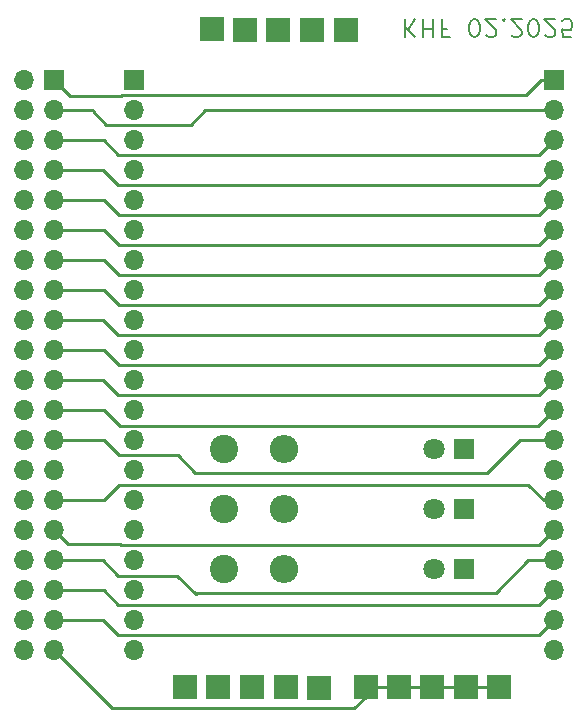
<source format=gbr>
%TF.GenerationSoftware,KiCad,Pcbnew,7.0.8*%
%TF.CreationDate,2025-02-20T14:53:18+01:00*%
%TF.ProjectId,Raspi,52617370-692e-46b6-9963-61645f706362,rev?*%
%TF.SameCoordinates,Original*%
%TF.FileFunction,Copper,L2,Bot*%
%TF.FilePolarity,Positive*%
%FSLAX46Y46*%
G04 Gerber Fmt 4.6, Leading zero omitted, Abs format (unit mm)*
G04 Created by KiCad (PCBNEW 7.0.8) date 2025-02-20 14:53:18*
%MOMM*%
%LPD*%
G01*
G04 APERTURE LIST*
%ADD10C,0.150000*%
%TA.AperFunction,NonConductor*%
%ADD11C,0.150000*%
%TD*%
%TA.AperFunction,ComponentPad*%
%ADD12R,2.000000X2.000000*%
%TD*%
%TA.AperFunction,ComponentPad*%
%ADD13C,2.400000*%
%TD*%
%TA.AperFunction,ComponentPad*%
%ADD14O,2.400000X2.400000*%
%TD*%
%TA.AperFunction,ComponentPad*%
%ADD15R,1.800000X1.800000*%
%TD*%
%TA.AperFunction,ComponentPad*%
%ADD16C,1.800000*%
%TD*%
%TA.AperFunction,ComponentPad*%
%ADD17O,1.700000X1.700000*%
%TD*%
%TA.AperFunction,ComponentPad*%
%ADD18R,1.700000X1.700000*%
%TD*%
%TA.AperFunction,Conductor*%
%ADD19C,0.250000*%
%TD*%
G04 APERTURE END LIST*
D10*
D11*
X155827826Y-73135371D02*
X155827826Y-74635371D01*
X156684969Y-73135371D02*
X156042112Y-73992514D01*
X156684969Y-74635371D02*
X155827826Y-73778228D01*
X157327826Y-73135371D02*
X157327826Y-74635371D01*
X157327826Y-73921085D02*
X158184969Y-73921085D01*
X158184969Y-73135371D02*
X158184969Y-74635371D01*
X159399255Y-73921085D02*
X158899255Y-73921085D01*
X158899255Y-73135371D02*
X158899255Y-74635371D01*
X158899255Y-74635371D02*
X159613541Y-74635371D01*
X161613541Y-74635371D02*
X161756398Y-74635371D01*
X161756398Y-74635371D02*
X161899255Y-74563942D01*
X161899255Y-74563942D02*
X161970684Y-74492514D01*
X161970684Y-74492514D02*
X162042112Y-74349657D01*
X162042112Y-74349657D02*
X162113541Y-74063942D01*
X162113541Y-74063942D02*
X162113541Y-73706800D01*
X162113541Y-73706800D02*
X162042112Y-73421085D01*
X162042112Y-73421085D02*
X161970684Y-73278228D01*
X161970684Y-73278228D02*
X161899255Y-73206800D01*
X161899255Y-73206800D02*
X161756398Y-73135371D01*
X161756398Y-73135371D02*
X161613541Y-73135371D01*
X161613541Y-73135371D02*
X161470684Y-73206800D01*
X161470684Y-73206800D02*
X161399255Y-73278228D01*
X161399255Y-73278228D02*
X161327826Y-73421085D01*
X161327826Y-73421085D02*
X161256398Y-73706800D01*
X161256398Y-73706800D02*
X161256398Y-74063942D01*
X161256398Y-74063942D02*
X161327826Y-74349657D01*
X161327826Y-74349657D02*
X161399255Y-74492514D01*
X161399255Y-74492514D02*
X161470684Y-74563942D01*
X161470684Y-74563942D02*
X161613541Y-74635371D01*
X162684969Y-74492514D02*
X162756397Y-74563942D01*
X162756397Y-74563942D02*
X162899255Y-74635371D01*
X162899255Y-74635371D02*
X163256397Y-74635371D01*
X163256397Y-74635371D02*
X163399255Y-74563942D01*
X163399255Y-74563942D02*
X163470683Y-74492514D01*
X163470683Y-74492514D02*
X163542112Y-74349657D01*
X163542112Y-74349657D02*
X163542112Y-74206800D01*
X163542112Y-74206800D02*
X163470683Y-73992514D01*
X163470683Y-73992514D02*
X162613540Y-73135371D01*
X162613540Y-73135371D02*
X163542112Y-73135371D01*
X164184968Y-73278228D02*
X164256397Y-73206800D01*
X164256397Y-73206800D02*
X164184968Y-73135371D01*
X164184968Y-73135371D02*
X164113540Y-73206800D01*
X164113540Y-73206800D02*
X164184968Y-73278228D01*
X164184968Y-73278228D02*
X164184968Y-73135371D01*
X164827826Y-74492514D02*
X164899254Y-74563942D01*
X164899254Y-74563942D02*
X165042112Y-74635371D01*
X165042112Y-74635371D02*
X165399254Y-74635371D01*
X165399254Y-74635371D02*
X165542112Y-74563942D01*
X165542112Y-74563942D02*
X165613540Y-74492514D01*
X165613540Y-74492514D02*
X165684969Y-74349657D01*
X165684969Y-74349657D02*
X165684969Y-74206800D01*
X165684969Y-74206800D02*
X165613540Y-73992514D01*
X165613540Y-73992514D02*
X164756397Y-73135371D01*
X164756397Y-73135371D02*
X165684969Y-73135371D01*
X166613540Y-74635371D02*
X166756397Y-74635371D01*
X166756397Y-74635371D02*
X166899254Y-74563942D01*
X166899254Y-74563942D02*
X166970683Y-74492514D01*
X166970683Y-74492514D02*
X167042111Y-74349657D01*
X167042111Y-74349657D02*
X167113540Y-74063942D01*
X167113540Y-74063942D02*
X167113540Y-73706800D01*
X167113540Y-73706800D02*
X167042111Y-73421085D01*
X167042111Y-73421085D02*
X166970683Y-73278228D01*
X166970683Y-73278228D02*
X166899254Y-73206800D01*
X166899254Y-73206800D02*
X166756397Y-73135371D01*
X166756397Y-73135371D02*
X166613540Y-73135371D01*
X166613540Y-73135371D02*
X166470683Y-73206800D01*
X166470683Y-73206800D02*
X166399254Y-73278228D01*
X166399254Y-73278228D02*
X166327825Y-73421085D01*
X166327825Y-73421085D02*
X166256397Y-73706800D01*
X166256397Y-73706800D02*
X166256397Y-74063942D01*
X166256397Y-74063942D02*
X166327825Y-74349657D01*
X166327825Y-74349657D02*
X166399254Y-74492514D01*
X166399254Y-74492514D02*
X166470683Y-74563942D01*
X166470683Y-74563942D02*
X166613540Y-74635371D01*
X167684968Y-74492514D02*
X167756396Y-74563942D01*
X167756396Y-74563942D02*
X167899254Y-74635371D01*
X167899254Y-74635371D02*
X168256396Y-74635371D01*
X168256396Y-74635371D02*
X168399254Y-74563942D01*
X168399254Y-74563942D02*
X168470682Y-74492514D01*
X168470682Y-74492514D02*
X168542111Y-74349657D01*
X168542111Y-74349657D02*
X168542111Y-74206800D01*
X168542111Y-74206800D02*
X168470682Y-73992514D01*
X168470682Y-73992514D02*
X167613539Y-73135371D01*
X167613539Y-73135371D02*
X168542111Y-73135371D01*
X169899253Y-74635371D02*
X169184967Y-74635371D01*
X169184967Y-74635371D02*
X169113539Y-73921085D01*
X169113539Y-73921085D02*
X169184967Y-73992514D01*
X169184967Y-73992514D02*
X169327825Y-74063942D01*
X169327825Y-74063942D02*
X169684967Y-74063942D01*
X169684967Y-74063942D02*
X169827825Y-73992514D01*
X169827825Y-73992514D02*
X169899253Y-73921085D01*
X169899253Y-73921085D02*
X169970682Y-73778228D01*
X169970682Y-73778228D02*
X169970682Y-73421085D01*
X169970682Y-73421085D02*
X169899253Y-73278228D01*
X169899253Y-73278228D02*
X169827825Y-73206800D01*
X169827825Y-73206800D02*
X169684967Y-73135371D01*
X169684967Y-73135371D02*
X169327825Y-73135371D01*
X169327825Y-73135371D02*
X169184967Y-73206800D01*
X169184967Y-73206800D02*
X169113539Y-73278228D01*
D12*
%TO.P,LP,1*%
%TO.N,Net-(D1-K)*%
X147964500Y-74004000D03*
%TD*%
%TO.P,LP,1*%
%TO.N,Net-(D1-K)*%
X150774500Y-74024000D03*
%TD*%
%TO.P,LP,1*%
%TO.N,Net-(D1-K)*%
X139454500Y-73974000D03*
%TD*%
%TO.P,LP,1*%
%TO.N,Net-(D1-K)*%
X142234500Y-74004000D03*
%TD*%
%TO.P,LP,1*%
%TO.N,Net-(D1-K)*%
X145064500Y-74004000D03*
%TD*%
%TO.P,LP,1*%
%TO.N,Net-(J2-Pin_40)*%
X160992000Y-129664000D03*
%TD*%
%TO.P,LP,1*%
%TO.N,Net-(J2-Pin_40)*%
X163802000Y-129684000D03*
%TD*%
%TO.P,LP,1*%
%TO.N,Net-(J2-Pin_40)*%
X152482000Y-129634000D03*
%TD*%
%TO.P,LP,1*%
%TO.N,Net-(J2-Pin_40)*%
X155262000Y-129664000D03*
%TD*%
%TO.P,LP,1*%
%TO.N,Net-(J2-Pin_40)*%
X158092000Y-129664000D03*
%TD*%
%TO.P,LP,1*%
%TO.N,Net-(J2-Pin_39)*%
X148522000Y-129704000D03*
%TD*%
%TO.P,LP,1*%
%TO.N,Net-(J2-Pin_39)*%
X145712000Y-129684000D03*
%TD*%
%TO.P,LP,1*%
%TO.N,Net-(J2-Pin_39)*%
X142812000Y-129684000D03*
%TD*%
%TO.P,LP,1*%
%TO.N,Net-(J2-Pin_39)*%
X139982000Y-129684000D03*
%TD*%
%TO.P,LP,1*%
%TO.N,Net-(J2-Pin_39)*%
X137202000Y-129654000D03*
%TD*%
D13*
%TO.P,R3,1*%
%TO.N,Net-(J2-Pin_26)*%
X140462000Y-109474000D03*
D14*
%TO.P,R3,2*%
%TO.N,Net-(D1-A)*%
X145542000Y-109474000D03*
%TD*%
D13*
%TO.P,R2,1*%
%TO.N,Net-(J2-Pin_30)*%
X140462000Y-119634000D03*
D14*
%TO.P,R2,2*%
%TO.N,Net-(D3-A)*%
X145542000Y-119634000D03*
%TD*%
D13*
%TO.P,R1,1*%
%TO.N,Net-(J2-Pin_28)*%
X140462000Y-114554000D03*
D14*
%TO.P,R1,2*%
%TO.N,Net-(D2-A)*%
X145542000Y-114554000D03*
%TD*%
D15*
%TO.P,D3,1,K*%
%TO.N,Net-(D1-K)*%
X160782000Y-119634000D03*
D16*
%TO.P,D3,2,A*%
%TO.N,Net-(D3-A)*%
X158242000Y-119634000D03*
%TD*%
%TO.P,D2,2,A*%
%TO.N,Net-(D2-A)*%
X158242000Y-114554000D03*
D15*
%TO.P,D2,1,K*%
%TO.N,Net-(D1-K)*%
X160782000Y-114554000D03*
%TD*%
D16*
%TO.P,D1,2,A*%
%TO.N,Net-(D1-A)*%
X158242000Y-109474000D03*
D15*
%TO.P,D1,1,K*%
%TO.N,Net-(D1-K)*%
X160782000Y-109474000D03*
%TD*%
D17*
%TO.P,J8,20,Pin_20*%
%TO.N,Net-(J2-Pin_39)*%
X132842000Y-126539000D03*
%TO.P,J8,19,Pin_19*%
%TO.N,Net-(J2-Pin_38)*%
X132842000Y-123999000D03*
%TO.P,J8,18,Pin_18*%
%TO.N,Net-(J2-Pin_36)*%
X132842000Y-121459000D03*
%TO.P,J8,17,Pin_17*%
%TO.N,Net-(J2-Pin_34)*%
X132842000Y-118919000D03*
%TO.P,J8,16,Pin_16*%
%TO.N,Net-(J2-Pin_32)*%
X132842000Y-116379000D03*
%TO.P,J8,15,Pin_15*%
%TO.N,Net-(J2-Pin_30)*%
X132842000Y-113839000D03*
%TO.P,J8,14,Pin_14*%
%TO.N,Net-(J2-Pin_28)*%
X132842000Y-111299000D03*
%TO.P,J8,13,Pin_13*%
%TO.N,Net-(J2-Pin_26)*%
X132842000Y-108759000D03*
%TO.P,J8,12,Pin_12*%
%TO.N,Net-(J2-Pin_24)*%
X132842000Y-106219000D03*
%TO.P,J8,11,Pin_11*%
%TO.N,Net-(J2-Pin_22)*%
X132842000Y-103679000D03*
%TO.P,J8,10,Pin_10*%
%TO.N,Net-(J2-Pin_20)*%
X132842000Y-101139000D03*
%TO.P,J8,9,Pin_9*%
%TO.N,Net-(J2-Pin_18)*%
X132842000Y-98599000D03*
%TO.P,J8,8,Pin_8*%
%TO.N,Net-(J2-Pin_16)*%
X132842000Y-96059000D03*
%TO.P,J8,7,Pin_7*%
%TO.N,Net-(J2-Pin_14)*%
X132842000Y-93519000D03*
%TO.P,J8,6,Pin_6*%
%TO.N,Net-(J2-Pin_12)*%
X132842000Y-90979000D03*
%TO.P,J8,5,Pin_5*%
%TO.N,Net-(J2-Pin_10)*%
X132842000Y-88439000D03*
%TO.P,J8,4,Pin_4*%
%TO.N,Net-(J2-Pin_8)*%
X132842000Y-85899000D03*
%TO.P,J8,3,Pin_3*%
%TO.N,Net-(J2-Pin_6)*%
X132842000Y-83359000D03*
%TO.P,J8,2,Pin_2*%
%TO.N,Net-(J2-Pin_4)*%
X132842000Y-80819000D03*
D18*
%TO.P,J8,1,Pin_1*%
%TO.N,Net-(J2-Pin_2)*%
X132842000Y-78279000D03*
%TD*%
D17*
%TO.P,J7,20,Pin_20*%
%TO.N,Net-(J2-Pin_39)*%
X168402000Y-126539000D03*
%TO.P,J7,19,Pin_19*%
%TO.N,Net-(J2-Pin_37)*%
X168402000Y-123999000D03*
%TO.P,J7,18,Pin_18*%
%TO.N,Net-(J2-Pin_35)*%
X168402000Y-121459000D03*
%TO.P,J7,17,Pin_17*%
%TO.N,Net-(J2-Pin_33)*%
X168402000Y-118919000D03*
%TO.P,J7,16,Pin_16*%
%TO.N,Net-(J2-Pin_31)*%
X168402000Y-116379000D03*
%TO.P,J7,15,Pin_15*%
%TO.N,Net-(J2-Pin_29)*%
X168402000Y-113839000D03*
%TO.P,J7,14,Pin_14*%
%TO.N,Net-(J2-Pin_27)*%
X168402000Y-111299000D03*
%TO.P,J7,13,Pin_13*%
%TO.N,Net-(J2-Pin_25)*%
X168402000Y-108759000D03*
%TO.P,J7,12,Pin_12*%
%TO.N,Net-(J2-Pin_23)*%
X168402000Y-106219000D03*
%TO.P,J7,11,Pin_11*%
%TO.N,Net-(J2-Pin_21)*%
X168402000Y-103679000D03*
%TO.P,J7,10,Pin_10*%
%TO.N,Net-(J2-Pin_19)*%
X168402000Y-101139000D03*
%TO.P,J7,9,Pin_9*%
%TO.N,Net-(J2-Pin_17)*%
X168402000Y-98599000D03*
%TO.P,J7,8,Pin_8*%
%TO.N,Net-(J2-Pin_15)*%
X168402000Y-96059000D03*
%TO.P,J7,7,Pin_7*%
%TO.N,Net-(J2-Pin_13)*%
X168402000Y-93519000D03*
%TO.P,J7,6,Pin_6*%
%TO.N,Net-(J2-Pin_11)*%
X168402000Y-90979000D03*
%TO.P,J7,5,Pin_5*%
%TO.N,Net-(J2-Pin_9)*%
X168402000Y-88439000D03*
%TO.P,J7,4,Pin_4*%
%TO.N,Net-(J2-Pin_7)*%
X168402000Y-85899000D03*
%TO.P,J7,3,Pin_3*%
%TO.N,Net-(J2-Pin_5)*%
X168402000Y-83359000D03*
%TO.P,J7,2,Pin_2*%
%TO.N,Net-(J2-Pin_3)*%
X168402000Y-80819000D03*
D18*
%TO.P,J7,1,Pin_1*%
%TO.N,Net-(J2-Pin_1)*%
X168402000Y-78279000D03*
%TD*%
D17*
%TO.P,J2,39,Pin_40*%
%TO.N,Net-(J2-Pin_39)*%
X123547000Y-126539000D03*
%TO.P,J2,40,Pin_39*%
%TO.N,Net-(J2-Pin_40)*%
X126087000Y-126539000D03*
%TO.P,J2,38,Pin_38*%
%TO.N,Net-(J2-Pin_38)*%
X123547000Y-123999000D03*
%TO.P,J2,37,Pin_37*%
%TO.N,Net-(J2-Pin_37)*%
X126087000Y-123999000D03*
%TO.P,J2,36,Pin_36*%
%TO.N,Net-(J2-Pin_36)*%
X123547000Y-121459000D03*
%TO.P,J2,35,Pin_35*%
%TO.N,Net-(J2-Pin_35)*%
X126087000Y-121459000D03*
%TO.P,J2,34,Pin_34*%
%TO.N,Net-(J2-Pin_34)*%
X123547000Y-118919000D03*
%TO.P,J2,33,Pin_33*%
%TO.N,Net-(J2-Pin_33)*%
X126087000Y-118919000D03*
%TO.P,J2,32,Pin_32*%
%TO.N,Net-(J2-Pin_32)*%
X123547000Y-116379000D03*
%TO.P,J2,31,Pin_31*%
%TO.N,Net-(J2-Pin_31)*%
X126087000Y-116379000D03*
%TO.P,J2,30,Pin_30*%
%TO.N,Net-(J2-Pin_30)*%
X123547000Y-113839000D03*
%TO.P,J2,29,Pin_29*%
%TO.N,Net-(J2-Pin_29)*%
X126087000Y-113839000D03*
%TO.P,J2,28,Pin_28*%
%TO.N,Net-(J2-Pin_28)*%
X123547000Y-111299000D03*
%TO.P,J2,27,Pin_27*%
%TO.N,Net-(J2-Pin_27)*%
X126087000Y-111299000D03*
%TO.P,J2,26,Pin_26*%
%TO.N,Net-(J2-Pin_26)*%
X123547000Y-108759000D03*
%TO.P,J2,25,Pin_25*%
%TO.N,Net-(J2-Pin_25)*%
X126087000Y-108759000D03*
%TO.P,J2,24,Pin_24*%
%TO.N,Net-(J2-Pin_24)*%
X123547000Y-106219000D03*
%TO.P,J2,23,Pin_23*%
%TO.N,Net-(J2-Pin_23)*%
X126087000Y-106219000D03*
%TO.P,J2,22,Pin_22*%
%TO.N,Net-(J2-Pin_22)*%
X123547000Y-103679000D03*
%TO.P,J2,21,Pin_21*%
%TO.N,Net-(J2-Pin_21)*%
X126087000Y-103679000D03*
%TO.P,J2,20,Pin_20*%
%TO.N,Net-(J2-Pin_20)*%
X123547000Y-101139000D03*
%TO.P,J2,19,Pin_19*%
%TO.N,Net-(J2-Pin_19)*%
X126087000Y-101139000D03*
%TO.P,J2,18,Pin_18*%
%TO.N,Net-(J2-Pin_18)*%
X123547000Y-98599000D03*
%TO.P,J2,17,Pin_17*%
%TO.N,Net-(J2-Pin_17)*%
X126087000Y-98599000D03*
%TO.P,J2,16,Pin_16*%
%TO.N,Net-(J2-Pin_16)*%
X123547000Y-96059000D03*
%TO.P,J2,15,Pin_15*%
%TO.N,Net-(J2-Pin_15)*%
X126087000Y-96059000D03*
%TO.P,J2,14,Pin_14*%
%TO.N,Net-(J2-Pin_14)*%
X123547000Y-93519000D03*
%TO.P,J2,13,Pin_13*%
%TO.N,Net-(J2-Pin_13)*%
X126087000Y-93519000D03*
%TO.P,J2,12,Pin_12*%
%TO.N,Net-(J2-Pin_12)*%
X123547000Y-90979000D03*
%TO.P,J2,11,Pin_11*%
%TO.N,Net-(J2-Pin_11)*%
X126087000Y-90979000D03*
%TO.P,J2,10,Pin_10*%
%TO.N,Net-(J2-Pin_10)*%
X123547000Y-88439000D03*
%TO.P,J2,9,Pin_9*%
%TO.N,Net-(J2-Pin_9)*%
X126087000Y-88439000D03*
%TO.P,J2,8,Pin_8*%
%TO.N,Net-(J2-Pin_8)*%
X123547000Y-85899000D03*
%TO.P,J2,7,Pin_7*%
%TO.N,Net-(J2-Pin_7)*%
X126087000Y-85899000D03*
%TO.P,J2,6,Pin_6*%
%TO.N,Net-(J2-Pin_6)*%
X123547000Y-83359000D03*
%TO.P,J2,5,Pin_5*%
%TO.N,Net-(J2-Pin_5)*%
X126087000Y-83359000D03*
%TO.P,J2,4,Pin_4*%
%TO.N,Net-(J2-Pin_4)*%
X123547000Y-80819000D03*
%TO.P,J2,3,Pin_3*%
%TO.N,Net-(J2-Pin_3)*%
X126087000Y-80819000D03*
%TO.P,J2,2,Pin_2*%
%TO.N,Net-(D1-K)*%
X123547000Y-78279000D03*
D18*
%TO.P,J2,1,Pin_1*%
%TO.N,Net-(J2-Pin_1)*%
X126087000Y-78279000D03*
%TD*%
D19*
%TO.N,Net-(J2-Pin_40)*%
X163782000Y-129664000D02*
X163802000Y-129684000D01*
X160992000Y-129664000D02*
X163782000Y-129664000D01*
X158092000Y-129664000D02*
X160992000Y-129664000D01*
X155262000Y-129664000D02*
X158092000Y-129664000D01*
X155232000Y-129634000D02*
X155262000Y-129664000D01*
X152482000Y-129634000D02*
X155232000Y-129634000D01*
X152482000Y-130494000D02*
X152482000Y-129634000D01*
X151522000Y-131454000D02*
X152482000Y-130494000D01*
X131002000Y-131454000D02*
X151522000Y-131454000D01*
X126087000Y-126539000D02*
X131002000Y-131454000D01*
%TO.N,Net-(J2-Pin_37)*%
X167117000Y-125284000D02*
X168402000Y-123999000D01*
X131512000Y-125284000D02*
X167117000Y-125284000D01*
X130227000Y-123999000D02*
X131512000Y-125284000D01*
X126087000Y-123999000D02*
X130227000Y-123999000D01*
%TO.N,Net-(J2-Pin_1)*%
X167317000Y-78279000D02*
X168402000Y-78279000D01*
X166032000Y-79564000D02*
X167317000Y-78279000D01*
X127456656Y-79648656D02*
X131767344Y-79648656D01*
X126087000Y-78279000D02*
X127456656Y-79648656D01*
X131767344Y-79648656D02*
X131852000Y-79564000D01*
X131852000Y-79564000D02*
X166032000Y-79564000D01*
%TO.N,Net-(J2-Pin_25)*%
X165517000Y-108759000D02*
X168402000Y-108759000D01*
X136562000Y-110014000D02*
X138052000Y-111504000D01*
X138052000Y-111504000D02*
X162772000Y-111504000D01*
X131572000Y-110014000D02*
X136562000Y-110014000D01*
X130317000Y-108759000D02*
X131572000Y-110014000D01*
X126087000Y-108759000D02*
X130317000Y-108759000D01*
X162772000Y-111504000D02*
X165517000Y-108759000D01*
%TO.N,Net-(J2-Pin_35)*%
X130277000Y-121469000D02*
X131532000Y-122724000D01*
X167137000Y-122724000D02*
X168402000Y-121459000D01*
X130277000Y-121459000D02*
X130277000Y-121469000D01*
X126087000Y-121459000D02*
X130277000Y-121459000D01*
X131532000Y-122724000D02*
X167137000Y-122724000D01*
%TO.N,Net-(J2-Pin_33)*%
X163482000Y-121694000D02*
X166257000Y-118919000D01*
X166257000Y-118919000D02*
X168402000Y-118919000D01*
X138242000Y-121694000D02*
X163482000Y-121694000D01*
X138112000Y-121824000D02*
X138242000Y-121694000D01*
X136512000Y-120224000D02*
X138112000Y-121824000D01*
X131532000Y-120224000D02*
X136512000Y-120224000D01*
X130227000Y-118919000D02*
X131532000Y-120224000D01*
X126087000Y-118919000D02*
X130227000Y-118919000D01*
%TO.N,Net-(J2-Pin_31)*%
X167127000Y-117654000D02*
X168402000Y-116379000D01*
X131792000Y-117654000D02*
X167127000Y-117654000D01*
X131687344Y-117549344D02*
X131792000Y-117654000D01*
X127257344Y-117549344D02*
X131687344Y-117549344D01*
X126087000Y-116379000D02*
X127257344Y-117549344D01*
%TO.N,Net-(J2-Pin_29)*%
X167547000Y-113839000D02*
X168402000Y-113839000D01*
X166252000Y-112544000D02*
X167547000Y-113839000D01*
X131592000Y-112544000D02*
X166252000Y-112544000D01*
X130297000Y-113839000D02*
X131592000Y-112544000D01*
X126087000Y-113839000D02*
X130297000Y-113839000D01*
%TO.N,Net-(J2-Pin_23)*%
X130277000Y-106219000D02*
X131646656Y-107588656D01*
X167032344Y-107588656D02*
X168402000Y-106219000D01*
X126087000Y-106219000D02*
X130277000Y-106219000D01*
X131646656Y-107588656D02*
X167032344Y-107588656D01*
%TO.N,Net-(J2-Pin_21)*%
X167127000Y-104954000D02*
X168402000Y-103679000D01*
X131522000Y-104954000D02*
X167127000Y-104954000D01*
X130247000Y-103679000D02*
X131522000Y-104954000D01*
X126087000Y-103679000D02*
X130247000Y-103679000D01*
%TO.N,Net-(J2-Pin_19)*%
X167147000Y-102394000D02*
X168402000Y-101139000D01*
X131552000Y-102394000D02*
X167147000Y-102394000D01*
X130297000Y-101139000D02*
X131552000Y-102394000D01*
X126087000Y-101139000D02*
X130297000Y-101139000D01*
%TO.N,Net-(J2-Pin_17)*%
X167127000Y-99874000D02*
X168402000Y-98599000D01*
X131542000Y-99874000D02*
X167127000Y-99874000D01*
X130267000Y-98599000D02*
X131542000Y-99874000D01*
X126087000Y-98599000D02*
X130267000Y-98599000D01*
%TO.N,Net-(J2-Pin_15)*%
X167127000Y-97334000D02*
X168402000Y-96059000D01*
X131602000Y-97334000D02*
X167127000Y-97334000D01*
X126087000Y-96059000D02*
X130327000Y-96059000D01*
X130327000Y-96059000D02*
X131602000Y-97334000D01*
%TO.N,Net-(J2-Pin_13)*%
X167127000Y-94794000D02*
X168402000Y-93519000D01*
X131562000Y-94794000D02*
X167127000Y-94794000D01*
X126087000Y-93519000D02*
X130287000Y-93519000D01*
X130287000Y-93519000D02*
X131562000Y-94794000D01*
%TO.N,Net-(J2-Pin_11)*%
X131552000Y-92234000D02*
X167147000Y-92234000D01*
X167147000Y-92234000D02*
X168402000Y-90979000D01*
X130297000Y-90979000D02*
X131552000Y-92234000D01*
X126087000Y-90979000D02*
X130297000Y-90979000D01*
%TO.N,Net-(J2-Pin_9)*%
X167167000Y-89674000D02*
X168402000Y-88439000D01*
X131552000Y-89674000D02*
X167167000Y-89674000D01*
X130317000Y-88439000D02*
X131552000Y-89674000D01*
X126087000Y-88439000D02*
X130317000Y-88439000D01*
%TO.N,Net-(J2-Pin_7)*%
X167127000Y-87174000D02*
X168402000Y-85899000D01*
X131532000Y-87174000D02*
X167127000Y-87174000D01*
X130257000Y-85899000D02*
X131532000Y-87174000D01*
X126087000Y-85899000D02*
X130257000Y-85899000D01*
%TO.N,Net-(J2-Pin_5)*%
X131542000Y-84614000D02*
X167147000Y-84614000D01*
X167147000Y-84614000D02*
X168402000Y-83359000D01*
X130287000Y-83359000D02*
X131542000Y-84614000D01*
X126087000Y-83359000D02*
X130287000Y-83359000D01*
%TO.N,Net-(J2-Pin_3)*%
X130522000Y-82034000D02*
X137687000Y-82034000D01*
X138902000Y-80819000D02*
X168402000Y-80819000D01*
X129397000Y-80909000D02*
X130522000Y-82034000D01*
X137687000Y-82034000D02*
X138902000Y-80819000D01*
X129397000Y-80819000D02*
X129397000Y-80909000D01*
X126087000Y-80819000D02*
X129397000Y-80819000D01*
%TD*%
M02*

</source>
